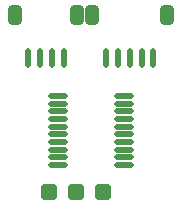
<source format=gts>
G04*
G04 #@! TF.GenerationSoftware,Altium Limited,Altium Designer,22.0.2 (36)*
G04*
G04 Layer_Color=8388736*
%FSLAX25Y25*%
%MOIN*%
G70*
G04*
G04 #@! TF.SameCoordinates,8B7FD933-5714-494C-BD6B-9A299CFF0B11*
G04*
G04*
G04 #@! TF.FilePolarity,Negative*
G04*
G01*
G75*
G04:AMPARAMS|DCode=16|XSize=21.75mil|YSize=65.06mil|CornerRadius=6.94mil|HoleSize=0mil|Usage=FLASHONLY|Rotation=180.000|XOffset=0mil|YOffset=0mil|HoleType=Round|Shape=RoundedRectangle|*
%AMROUNDEDRECTD16*
21,1,0.02175,0.05118,0,0,180.0*
21,1,0.00787,0.06506,0,0,180.0*
1,1,0.01387,-0.00394,0.02559*
1,1,0.01387,0.00394,0.02559*
1,1,0.01387,0.00394,-0.02559*
1,1,0.01387,-0.00394,-0.02559*
%
%ADD16ROUNDEDRECTD16*%
G04:AMPARAMS|DCode=17|XSize=45.37mil|YSize=65.06mil|CornerRadius=12.84mil|HoleSize=0mil|Usage=FLASHONLY|Rotation=0.000|XOffset=0mil|YOffset=0mil|HoleType=Round|Shape=RoundedRectangle|*
%AMROUNDEDRECTD17*
21,1,0.04537,0.03937,0,0,0.0*
21,1,0.01968,0.06506,0,0,0.0*
1,1,0.02568,0.00984,-0.01968*
1,1,0.02568,-0.00984,-0.01968*
1,1,0.02568,-0.00984,0.01968*
1,1,0.02568,0.00984,0.01968*
%
%ADD17ROUNDEDRECTD17*%
%ADD18O,0.06506X0.01978*%
G04:AMPARAMS|DCode=19|XSize=56mil|YSize=56mil|CornerRadius=15.5mil|HoleSize=0mil|Usage=FLASHONLY|Rotation=90.000|XOffset=0mil|YOffset=0mil|HoleType=Round|Shape=RoundedRectangle|*
%AMROUNDEDRECTD19*
21,1,0.05600,0.02500,0,0,90.0*
21,1,0.02500,0.05600,0,0,90.0*
1,1,0.03100,0.01250,0.01250*
1,1,0.03100,0.01250,-0.01250*
1,1,0.03100,-0.01250,-0.01250*
1,1,0.03100,-0.01250,0.01250*
%
%ADD19ROUNDEDRECTD19*%
D16*
X20874Y24000D02*
D03*
X16937D02*
D03*
X9063D02*
D03*
X13000D02*
D03*
X5126D02*
D03*
X-20874D02*
D03*
X-16937D02*
D03*
X-13000D02*
D03*
X-9063D02*
D03*
D17*
X500Y38500D02*
D03*
X25500D02*
D03*
X-25437D02*
D03*
X-4500D02*
D03*
D18*
X-11024Y11516D02*
D03*
Y8957D02*
D03*
Y6398D02*
D03*
Y3839D02*
D03*
Y1280D02*
D03*
Y-1280D02*
D03*
Y-3839D02*
D03*
Y-6398D02*
D03*
Y-8957D02*
D03*
Y-11516D02*
D03*
X11024Y11516D02*
D03*
Y8957D02*
D03*
Y6398D02*
D03*
Y3839D02*
D03*
Y1280D02*
D03*
Y-1280D02*
D03*
Y-3839D02*
D03*
Y-6398D02*
D03*
Y-8957D02*
D03*
Y-11516D02*
D03*
D19*
X3906Y-20500D02*
D03*
X-5000D02*
D03*
X-13905D02*
D03*
M02*

</source>
